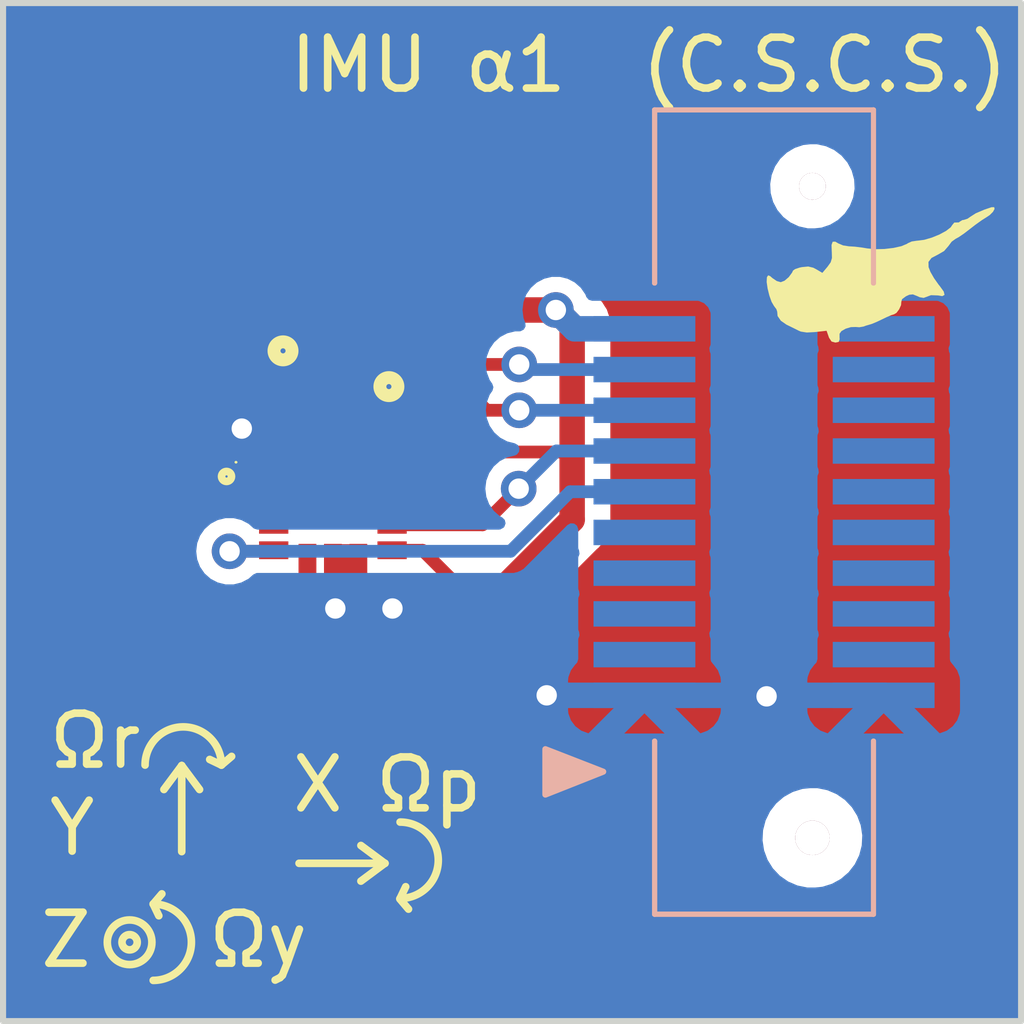
<source format=kicad_pcb>
(kicad_pcb (version 20221018) (generator pcbnew)
  (layers (0 "F.Cu" signal) (31 "B.Cu" signal) (34 "B.Paste" user) (35 "F.Paste" user) (36 "B.SilkS" user "B.Silkscreen") (37 "F.SilkS" user "F.Silkscreen") (38 "B.Mask" user) (39 "F.Mask" user) (44 "Edge.Cuts" user))
  (net 0 "")
  (net 1 "/VCC3")
  (net 7 "GND")
  (net 10 "/I2C_SCL")
  (net 11 "/I2C_SDA")
  (net 18 "/INT2")
  (net 19 "/INT1")
  (footprint "SamacSys_Parts:LSM6DSLTR" (layer "F.Cu") (at 111.42 88.78)
    (fp_text reference "IC2" hide)
    (fp_text value "LSM6DSLTR" hide)
    (fp_line (start -1.918 -0.98) (end -1.918 -0.98) (stroke (width 0.027)) (layer "F.SilkS"))
    (fp_line (start -1.891 -0.98) (end -1.891 -0.98) (stroke (width 0.027)) (layer "F.SilkS"))
    (fp_arc (start -1.917 -0.98) (mid -1.904 -0.993) (end -1.891 -0.98) (stroke (width 0.027)) (layer "F.SilkS"))
    (fp_arc (start -1.89 -0.98) (mid -1.904 -0.966) (end -1.918 -0.98) (stroke (width 0.027)) (layer "F.SilkS"))
    (pad "1" smd rect (at -1.163 -0.75 90) (size 0.35 0.575) (layers "F.Cu" "F.Paste" "F.Mask") (net 7 "GND"))
    (pad "2" smd rect (at -1.163 -0.25 90) (size 0.35 0.575) (layers "F.Cu" "F.Paste" "F.Mask"))
    (pad "3" smd rect (at -1.163 0.25 90) (size 0.35 0.575) (layers "F.Cu" "F.Paste" "F.Mask"))
    (pad "4" smd rect (at -1.163 0.75 90) (size 0.35 0.575) (layers "F.Cu" "F.Paste" "F.Mask") (net 19 "/INT1"))
    (pad "5" smd rect (at -0.5 0.912) (size 0.35 0.575) (layers "F.Cu" "F.Paste" "F.Mask") (net 1 "/VCC3"))
    (pad "6" smd rect (at 0 0.912) (size 0.35 0.575) (layers "F.Cu" "F.Paste" "F.Mask") (net 7 "GND"))
    (pad "7" smd rect (at 0.5 0.912) (size 0.35 0.575) (layers "F.Cu" "F.Paste" "F.Mask") (net 7 "GND"))
    (pad "8" smd rect (at 1.163 0.75 90) (size 0.35 0.575) (layers "F.Cu" "F.Paste" "F.Mask") (net 1 "/VCC3"))
    (pad "9" smd rect (at 1.163 0.25 90) (size 0.35 0.575) (layers "F.Cu" "F.Paste" "F.Mask") (net 18 "/INT2"))
    (pad "10" smd rect (at 1.163 -0.25 90) (size 0.35 0.575) (layers "F.Cu" "F.Paste" "F.Mask"))
    (pad "11" smd rect (at 1.163 -0.75 90) (size 0.35 0.575) (layers "F.Cu" "F.Paste" "F.Mask"))
    (pad "12" smd rect (at 0.5 -0.912) (size 0.35 0.575) (layers "F.Cu" "F.Paste" "F.Mask") (net 1 "/VCC3"))
    (pad "13" smd rect (at 0 -0.912) (size 0.35 0.575) (layers "F.Cu" "F.Paste" "F.Mask") (net 10 "/I2C_SCL"))
    (pad "14" smd rect (at -0.5 -0.912) (size 0.35 0.575) (layers "F.Cu" "F.Paste" "F.Mask") (net 11 "/I2C_SDA"))
  )
  (footprint "SamacSys_Parts:CAPC1608X95N" (layer "F.Cu") (at 111.06 91.7 180)
    (fp_text reference "C1" hide)
    (fp_text value "C0603C104K5RAC3121" hide)
    (pad "1" smd rect (at -0.7 0 180) (size 0.78 0.98) (layers "F.Cu" "F.Paste" "F.Mask") (net 7 "GND"))
    (pad "2" smd rect (at 0.7 0 180) (size 0.78 0.98) (layers "F.Cu" "F.Paste" "F.Mask") (net 1 "/VCC3"))
  )
  (footprint "SamacSys_Parts:CAPC1608X95N" (layer "F.Cu") (at 113.65 91.7)
    (fp_text reference "C6" hide)
    (fp_text value "C0603C104K5RAC3121" hide)
    (pad "1" smd rect (at -0.7 0) (size 0.78 0.98) (layers "F.Cu" "F.Paste" "F.Mask") (net 7 "GND"))
    (pad "2" smd rect (at 0.7 0) (size 0.78 0.98) (layers "F.Cu" "F.Paste" "F.Mask") (net 1 "/VCC3"))
  )
  (footprint "LOGO" (layer "F.Cu") (at 122.045012 84.078232)
    (fp_text reference "G***" hide)
    (fp_text value "LOGO" hide)
    (fp_poly (pts (xy 2.373641 -1.25332) (xy 2.342544 -1.196766) (xy 2.279721 -1.133868) (xy 2.220315 -1.093932) (xy 2.120051 -1.030433) (xy 1.993567 -0.940068) (xy 1.887705 -0.857909) (xy 1.773981 -0.770632) (xy 1.671585 -0.700684) (xy 1.606116 -0.66483) (xy 1.530948 -0.610315) (xy 1.467872 -0.525313) (xy 1.382157 -0.426473) (xy 1.264019 -0.357905) (xy 1.135218 -0.290681) (xy 1.074882 -0.212398) (xy 1.077337 -0.11017) (xy 1.113772 -0.016643) (xy 1.184765 0.107018) (xy 1.275058 0.234652) (xy 1.300581 0.265823) (xy 1.375563 0.369894) (xy 1.390812 0.435282) (xy 1.346847 0.459454) (xy 1.26363 0.445796) (xy 1.124534 0.440656) (xy 1.060821 0.464541) (xy 0.980069 0.494157) (xy 0.90382 0.481247) (xy 0.855214 0.459127) (xy 0.769204 0.425206) (xy 0.698437 0.432157) (xy 0.633377 0.461946) (xy 0.556168 0.519088) (xy 0.541758 0.572042) (xy 0.536694 0.636055) (xy 0.499055 0.718343) (xy 0.446628 0.78838) (xy 0.399734 0.815767) (xy 0.348481 0.831359) (xy 0.255167 0.871533) (xy 0.176475 0.90947) (xy 0.06221 0.963766) (xy -0.031819 1.003042) (xy -0.069932 1.01514) (xy -0.156832 1.040488) (xy -0.19529 1.055422) (xy -0.281961 1.070641) (xy -0.356214 1.065498) (xy -0.449548 1.068234) (xy -0.551666 1.099161) (xy -0.634943 1.146627) (xy -0.671715 1.198556) (xy -0.67192 1.272698) (xy -0.669384 1.307081) (xy -0.688056 1.358469) (xy -0.754188 1.371971) (xy -0.829068 1.351309) (xy -0.87798 1.27755) (xy -0.88605 1.255912) (xy -0.926508 1.139854) (xy -1.149602 1.165094) (xy -1.315325 1.174208) (xy -1.432488 1.155827) (xy -1.474304 1.138462) (xy -1.57706 1.087002) (xy -1.696782 1.028331) (xy -1.714185 1.019919) (xy -1.824771 0.943148) (xy -1.889453 0.849754) (xy -1.896749 0.764338) (xy -1.912751 0.716002) (xy -1.959832 0.653097) (xy -2.006998 0.572208) (xy -2.051029 0.448656) (xy -2.08542 0.309356) (xy -2.103665 0.181223) (xy -2.09926 0.091169) (xy -2.097167 0.084883) (xy -2.074124 0.050854) (xy -2.035448 0.065584) (xy -1.989708 0.105687) (xy -1.90448 0.163091) (xy -1.826506 0.185402) (xy -1.752004 0.156323) (xy -1.669188 0.085054) (xy -1.603289 -0.004456) (xy -1.586487 -0.042438) (xy -1.54524 -0.072072) (xy -1.456544 -0.101189) (xy -1.412331 -0.110641) (xy -1.286895 -0.122684) (xy -1.187828 -0.09894) (xy -1.130387 -0.068916) (xy -1.009692 0.002296) (xy -0.90874 -0.117678) (xy -0.845986 -0.20498) (xy -0.821145 -0.288904) (xy -0.823987 -0.405957) (xy -0.824981 -0.416578) (xy -0.829233 -0.545566) (xy -0.807783 -0.608763) (xy -0.756483 -0.61134) (xy -0.69634 -0.576892) (xy -0.601908 -0.536896) (xy -0.486213 -0.519173) (xy -0.480603 -0.519124) (xy -0.368329 -0.512082) (xy -0.222845 -0.493996) (xy -0.127321 -0.478148) (xy 0.031039 -0.462762) (xy 0.210653 -0.466936) (xy 0.389134 -0.487793) (xy 0.544096 -0.522457) (xy 0.653152 -0.568054) (xy 0.670365 -0.580607) (xy 0.7463 -0.614662) (xy 0.851857 -0.630261) (xy 0.860508 -0.630365) (xy 0.990445 -0.646789) (xy 1.140249 -0.690143) (xy 1.29025 -0.751546) (xy 1.420779 -0.822116) (xy 1.512167 -0.892974) (xy 1.542396 -0.938236) (xy 1.582102 -0.986371) (xy 1.615155 -0.986929) (xy 1.673355 -0.989244) (xy 1.688154 -1.002787) (xy 1.740341 -1.034367) (xy 1.769853 -1.038248) (xy 1.842471 -1.061805) (xy 1.899027 -1.101046) (xy 2.004025 -1.168128) (xy 2.172508 -1.239844) (xy 2.311988 -1.28701) (xy 2.365846 -1.288434)) (fill solid) (layer "F.SilkS"))
  )
  (footprint "SamacSys_Parts:ERJ3EK_(0603)" (layer "F.Cu") (at 112.52 84.74 90)
    (fp_text reference "R1" hide)
    (fp_text value "ERJ-3EKF1002V" hide)
    (fp_circle (center -1.575 0) (end -1.625 0) (stroke (width 0.254)) (fill none) (layer "F.SilkS"))
    (pad "1" smd rect (at -0.725 0 90) (size 0.65 0.9) (layers "F.Cu" "F.Paste" "F.Mask") (net 10 "/I2C_SCL"))
    (pad "2" smd rect (at 0.725 0 90) (size 0.65 0.9) (layers "F.Cu" "F.Paste" "F.Mask") (net 1 "/VCC3"))
  )
  (footprint "SamacSys_Parts:ERJ3EK_(0603)" (layer "F.Cu") (at 110.44 84.0375 90)
    (fp_text reference "R2" hide)
    (fp_text value "ERJ-3EKF1002V" hide)
    (fp_circle (center -1.575 0) (end -1.625 0) (stroke (width 0.254)) (fill none) (layer "F.SilkS"))
    (pad "1" smd rect (at -0.725 0 90) (size 0.65 0.9) (layers "F.Cu" "F.Paste" "F.Mask") (net 11 "/I2C_SDA"))
    (pad "2" smd rect (at 0.725 0 90) (size 0.65 0.9) (layers "F.Cu" "F.Paste" "F.Mask") (net 1 "/VCC3"))
  )
  (footprint "USIB2:IF_2020_20_MODULE_FX6" (layer "B.Cu") (at 114.94 88.78 -90)
    (fp_text reference "H1" hide)
    (fp_text value "IF_2020_20_MODULE_FX6" hide)
    (fp_line (start -7.9 -7.1) (end -7.9 -7.1) (stroke (width 0.1)) (layer "B.SilkS"))
    (fp_line (start -7.9 -7.1) (end -7.9 -7.1) (stroke (width 0.1)) (layer "B.SilkS"))
    (fp_line (start -7.9 -7.1) (end -7.9 -2.8) (stroke (width 0.1)) (layer "B.SilkS"))
    (fp_line (start -7.9 -7.1) (end -4.5 -7.1) (stroke (width 0.1)) (layer "B.SilkS"))
    (fp_line (start -7.9 -2.8) (end -7.9 -7.1) (stroke (width 0.1)) (layer "B.SilkS"))
    (fp_line (start -7.9 -2.8) (end -7.9 -2.8) (stroke (width 0.1)) (layer "B.SilkS"))
    (fp_line (start -7.9 -2.8) (end -7.9 -2.8) (stroke (width 0.1)) (layer "B.SilkS"))
    (fp_line (start -7.9 -2.8) (end -4.5 -2.8) (stroke (width 0.1)) (layer "B.SilkS"))
    (fp_line (start -4.5 -7.1) (end -7.9 -7.1) (stroke (width 0.1)) (layer "B.SilkS"))
    (fp_line (start -4.5 -7.1) (end -4.5 -7.1) (stroke (width 0.1)) (layer "B.SilkS"))
    (fp_line (start -4.5 -2.8) (end -7.9 -2.8) (stroke (width 0.1)) (layer "B.SilkS"))
    (fp_line (start -4.5 -2.8) (end -4.5 -2.8) (stroke (width 0.1)) (layer "B.SilkS"))
    (fp_line (start 4.5 -7.1) (end 4.5 -7.1) (stroke (width 0.1)) (layer "B.SilkS"))
    (fp_line (start 4.5 -7.1) (end 7.9 -7.1) (stroke (width 0.1)) (layer "B.SilkS"))
    (fp_line (start 4.5 -2.8) (end 4.5 -2.8) (stroke (width 0.1)) (layer "B.SilkS"))
    (fp_line (start 4.5 -2.8) (end 7.9 -2.8) (stroke (width 0.1)) (layer "B.SilkS"))
    (fp_line (start 7.9 -7.1) (end 4.5 -7.1) (stroke (width 0.1)) (layer "B.SilkS"))
    (fp_line (start 7.9 -7.1) (end 7.9 -7.1) (stroke (width 0.1)) (layer "B.SilkS"))
    (fp_line (start 7.9 -7.1) (end 7.9 -7.1) (stroke (width 0.1)) (layer "B.SilkS"))
    (fp_line (start 7.9 -7.1) (end 7.9 -2.8) (stroke (width 0.1)) (layer "B.SilkS"))
    (fp_line (start 7.9 -2.8) (end 4.5 -2.8) (stroke (width 0.1)) (layer "B.SilkS"))
    (fp_line (start 7.9 -2.8) (end 7.9 -7.1) (stroke (width 0.1)) (layer "B.SilkS"))
    (fp_line (start 7.9 -2.8) (end 7.9 -2.8) (stroke (width 0.1)) (layer "B.SilkS"))
    (fp_line (start 7.9 -2.8) (end 7.9 -2.8) (stroke (width 0.1)) (layer "B.SilkS"))
    (fp_poly (pts (xy 4.658029 -0.654) (xy 5.55 -0.654) (xy 5.1 -1.79)) (stroke (width 0.12)) (fill solid) (layer "B.SilkS"))
    (fp_rect (start -10 10) (end 10 -10) (stroke (width 0.12)) (fill none) (layer "Edge.Cuts"))
    (pad "1" smd rect (at 3.6 -2.6 270) (size 0.5 2) (layers "B.Cu" "B.Paste" "B.Mask") (net 7 "GND"))
    (pad "2" smd rect (at 2.8 -2.6 270) (size 0.5 2) (layers "B.Cu" "B.Paste" "B.Mask"))
    (pad "3" smd rect (at 2 -2.6 270) (size 0.5 2) (layers "B.Cu" "B.Paste" "B.Mask"))
    (pad "4" smd rect (at 1.2 -2.6 270) (size 0.5 2) (layers "B.Cu" "B.Paste" "B.Mask"))
    (pad "5" smd rect (at 0.4 -2.6 270) (size 0.5 2) (layers "B.Cu" "B.Paste" "B.Mask"))
    (pad "6" smd rect (at -0.4 -2.6 270) (size 0.5 2) (layers "B.Cu" "B.Paste" "B.Mask") (net 19 "/INT1"))
    (pad "7" smd rect (at -1.2 -2.6 270) (size 0.5 2) (layers "B.Cu" "B.Paste" "B.Mask") (net 18 "/INT2"))
    (pad "8" smd rect (at -2 -2.6 270) (size 0.5 2) (layers "B.Cu" "B.Paste" "B.Mask") (net 10 "/I2C_SCL"))
    (pad "9" smd rect (at -2.8 -2.6 270) (size 0.5 2) (layers "B.Cu" "B.Paste" "B.Mask") (net 11 "/I2C_SDA"))
    (pad "10" smd rect (at -3.6 -2.6 270) (size 0.5 2) (layers "B.Cu" "B.Paste" "B.Mask") (net 1 "/VCC3"))
    (pad "11" smd rect (at -3.6 -7.3 270) (size 0.5 2) (layers "B.Cu" "B.Paste" "B.Mask"))
    (pad "12" smd rect (at -2.8 -7.3 270) (size 0.5 2) (layers "B.Cu" "B.Paste" "B.Mask"))
    (pad "13" smd rect (at -2 -7.3 270) (size 0.5 2) (layers "B.Cu" "B.Paste" "B.Mask"))
    (pad "14" smd rect (at -1.2 -7.3 270) (size 0.5 2) (layers "B.Cu" "B.Paste" "B.Mask"))
    (pad "15" smd rect (at -0.4 -7.3 270) (size 0.5 2) (layers "B.Cu" "B.Paste" "B.Mask"))
    (pad "16" smd rect (at 0.4 -7.3 270) (size 0.5 2) (layers "B.Cu" "B.Paste" "B.Mask"))
    (pad "17" smd rect (at 1.2 -7.3 270) (size 0.5 2) (layers "B.Cu" "B.Paste" "B.Mask"))
    (pad "18" smd rect (at 2 -7.3 270) (size 0.5 2) (layers "B.Cu" "B.Paste" "B.Mask"))
    (pad "19" smd rect (at 2.8 -7.3 270) (size 0.5 2) (layers "B.Cu" "B.Paste" "B.Mask"))
    (pad "20" smd rect (at 3.6 -7.3 270) (size 0.5 2) (layers "B.Cu" "B.Paste" "B.Mask") (net 7 "GND"))
    (pad "MH1" thru_hole circle (at 6.4 -5.9 180) (size 0.675 0.675) (drill 1.35) (layers "*.Cu" "*.Mask" "B.SilkS"))
    (pad "MH2" thru_hole circle (at -6.4 -5.9 180) (size 0.525 0.525) (drill 1.05) (layers "*.Cu" "*.Mask" "B.SilkS"))
  )
  (gr_arc (start 107.73 93.75) (mid 108.48 93) (end 109.23 93.75) (stroke (width 0.15)) (layer "F.SilkS"))
  (gr_arc (start 107.89 96.48) (mid 108.64 97.23) (end 107.89 97.98) (stroke (width 0.15)) (layer "F.SilkS"))
  (gr_line (start 112.44 95.68) (end 111.97 95.33) (stroke (width 0.15)) (layer "F.SilkS"))
  (gr_circle (center 107.426057 97.230983) (end 107.5 97.22) (stroke (width 0.15)) (fill none) (layer "F.SilkS"))
  (gr_circle (center 109.33 88.08) (end 109.414 88.03) (stroke (width 0.15)) (fill none) (layer "F.SilkS"))
  (gr_line (start 112.735 96.38) (end 112.905 96.58) (stroke (width 0.15)) (layer "F.SilkS"))
  (gr_line (start 107.89 96.48) (end 108 96.71) (stroke (width 0.15)) (layer "F.SilkS"))
  (gr_line (start 109.23 93.75) (end 109 93.64) (stroke (width 0.15)) (layer "F.SilkS"))
  (gr_line (start 112.74 96.37) (end 112.85 96.14) (stroke (width 0.15)) (layer "F.SilkS"))
  (gr_line (start 108.45 93.76) (end 108.1 94.23) (stroke (width 0.15)) (layer "F.SilkS"))
  (gr_arc (start 112.74 94.87) (mid 113.49 95.62) (end 112.74 96.37) (stroke (width 0.15)) (layer "F.SilkS"))
  (gr_line (start 110.755 95.68) (end 112.445 95.68) (stroke (width 0.15)) (layer "F.SilkS"))
  (gr_circle (center 107.426057 97.230983) (end 107.820983 97.040983) (stroke (width 0.15)) (fill none) (layer "F.SilkS"))
  (gr_line (start 108.45 93.76) (end 108.8 94.23) (stroke (width 0.15)) (layer "F.SilkS"))
  (gr_line (start 112.44 95.68) (end 111.97 96.03) (stroke (width 0.15)) (layer "F.SilkS"))
  (gr_line (start 108.45 95.45) (end 108.45 93.76) (stroke (width 0.15)) (layer "F.SilkS"))
  (gr_line (start 109.23 93.75) (end 109.43 93.58) (stroke (width 0.15)) (layer "F.SilkS"))
  (gr_line (start 107.89 96.48) (end 108.06 96.28) (stroke (width 0.15)) (layer "F.SilkS"))
  (gr_text "Ωp" (at 112.18 94.72) (layer "F.SilkS") (effects (font (size 1 1)) (justify left bottom)))
  (gr_text "X" (at 110.55 94.72) (layer "F.SilkS") (effects (font (size 1 1)) (justify left bottom)))
  (gr_text "Ωr" (at 105.77 93.86) (layer "F.SilkS") (effects (font (size 1 1)) (justify left bottom)))
  (gr_text "Y" (at 105.77 95.57) (layer "F.SilkS") (effects (font (size 1 1)) (justify left bottom)))
  (gr_text "IMU α1  (C.S.C.S.)" (at 124.75 80.58) (layer "F.SilkS") (effects (font (size 1 1)) (justify right bottom)))
  (gr_text "Ωy" (at 108.900983 97.770983) (layer "F.SilkS") (effects (font (size 1 1)) (justify left bottom)))
  (gr_text "Z" (at 105.600983 97.770983) (layer "F.SilkS") (effects (font (size 1 1)) (justify left bottom)))
  (segment (start 112.583 89.53) (end 113.18 89.53) (width 0.25) (layer "F.Cu") (net 1))
  (segment (start 110.68 92.66) (end 113.96 92.66) (width 0.5) (layer "F.Cu") (net 1))
  (segment (start 110.36 91.7) (end 110.36 92.34) (width 0.5) (layer "F.Cu") (net 1))
  (segment (start 112.52 84.015) (end 112.52 83.3225) (width 0.5) (layer "F.Cu") (net 1))
  (segment (start 111.92 87.48) (end 112.14 87.26) (width 0.25) (layer "F.Cu") (net 1))
  (segment (start 110.92 89.692) (end 110.92 90.2669) (width 0.25) (layer "F.Cu") (net 1))
  (segment (start 112.52 83.3225) (end 112.53 83.3125) (width 0.25) (layer "F.Cu") (net 1))
  (segment (start 112.53 83.3125) (end 112.5375 83.32) (width 0.25) (layer "F.Cu") (net 1))
  (segment (start 115.8 84.81) (end 115.93 84.68) (width 0.25) (layer "F.Cu") (net 1))
  (segment (start 115.8 84.81) (end 116.12 85.13) (width 0.5) (layer "F.Cu") (net 1))
  (segment (start 116.12 88.93) (end 114.35 90.7) (width 0.5) (layer "F.Cu") (net 1))
  (segment (start 111.92 87.868) (end 111.92 87.48) (width 0.25) (layer "F.Cu") (net 1))
  (segment (start 113.18 89.53) (end 114.35 90.7) (width 0.25) (layer "F.Cu") (net 1))
  (segment (start 112.5375 83.32) (end 113.15 83.32) (width 0.5) (layer "F.Cu") (net 1))
  (segment (start 112.14 87.26) (end 113.9 87.26) (width 0.25) (layer "F.Cu") (net 1))
  (segment (start 114.35 90.7) (end 114.35 91.7) (width 0.5) (layer "F.Cu") (net 1))
  (segment (start 113.96 92.66) (end 114.35 92.27) (width 0.5) (layer "F.Cu") (net 1))
  (segment (start 110.36 90.8269) (end 110.36 91.7) (width 0.25) (layer "F.Cu") (net 1))
  (segment (start 116.12 85.13) (end 116.12 88.93) (width 0.5) (layer "F.Cu") (net 1))
  (segment (start 110.38 83.2525) (end 110.44 83.3125) (width 0.25) (layer "F.Cu") (net 1))
  (segment (start 110.44 83.3125) (end 112.53 83.3125) (width 0.5) (layer "F.Cu") (net 1))
  (segment (start 114.35 92.27) (end 114.35 91.67) (width 0.5) (layer "F.Cu") (net 1))
  (segment (start 110.92 90.2669) (end 110.36 90.8269) (width 0.25) (layer "F.Cu") (net 1))
  (segment (start 114.24 87.6) (end 115.99 87.6) (width 0.25) (layer "F.Cu") (net 1))
  (segment (start 115.99 87.6) (end 116.12 87.47) (width 0.25) (layer "F.Cu") (net 1))
  (segment (start 113.15 83.32) (end 114.64 84.81) (width 0.5) (layer "F.Cu") (net 1))
  (segment (start 113.9 87.26) (end 114.24 87.6) (width 0.25) (layer "F.Cu") (net 1))
  (segment (start 110.36 92.34) (end 110.68 92.66) (width 0.5) (layer "F.Cu") (net 1))
  (segment (start 114.64 84.81) (end 115.8 84.81) (width 0.5) (layer "F.Cu") (net 1))
  (via (at 115.8 84.81) (size 0.7) (drill 0.4) (layers "F.Cu" "B.Cu") (net 1))
  (segment (start 117.54 85.18) (end 117.42 85.18) (width 0.25) (layer "B.Cu") (net 1))
  (segment (start 117.42 85.18) (end 116.17 85.18) (width 0.5) (layer "B.Cu") (net 1))
  (segment (start 116.17 85.18) (end 115.8 84.81) (width 0.5) (layer "B.Cu") (net 1))
  (segment (start 111.92 91.344114) (end 111.92 91.64) (width 0.25) (layer "F.Cu") (net 7))
  (segment (start 111.95 91.67) (end 111.92 91.7) (width 0.25) (layer "F.Cu") (net 7))
  (segment (start 111.92 90.004114) (end 112.59 90.674114) (width 0.25) (layer "F.Cu") (net 7))
  (segment (start 112.92 91.7) (end 111.76 91.7) (width 0.5) (layer "F.Cu") (net 7))
  (segment (start 111.92 89.692) (end 111.92 90.004114) (width 0.25) (layer "F.Cu") (net 7))
  (segment (start 112.59 90.674114) (end 112.59 90.68) (width 0.25) (layer "F.Cu") (net 7))
  (segment (start 112.59 90.68) (end 112.92 91.01) (width 0.25) (layer "F.Cu") (net 7))
  (segment (start 112.92 91.01) (end 112.92 91.344114) (width 0.25) (layer "F.Cu") (net 7))
  (segment (start 109.63 87.14) (end 109.63 87.91) (width 0.25) (layer "F.Cu") (net 7))
  (segment (start 111.42 90.626733) (end 111.467381 90.674114) (width 0.25) (layer "F.Cu") (net 7))
  (segment (start 111.76 90.966733) (end 111.76 91.19) (width 0.25) (layer "F.Cu") (net 7))
  (segment (start 111.42 89.692) (end 111.42 90.626733) (width 0.25) (layer "F.Cu") (net 7))
  (segment (start 109.75 88.03) (end 110.257 88.03) (width 0.25) (layer "F.Cu") (net 7))
  (segment (start 111.92 91.64) (end 111.95 91.67) (width 0.25) (layer "F.Cu") (net 7))
  (segment (start 111.467381 90.674114) (end 111.76 90.966733) (width 0.25) (layer "F.Cu") (net 7))
  (segment (start 109.63 87.91) (end 109.75 88.03) (width 0.25) (layer "F.Cu") (net 7))
  (via (at 119.94 92.4) (size 0.7) (drill 0.4) (layers "F.Cu" "B.Cu") (net 7))
  (via (at 112.59 90.674114) (size 0.7) (drill 0.4) (layers "F.Cu" "B.Cu") (net 7))
  (via (at 109.63 87.14) (size 0.7) (drill 0.4) (layers "F.Cu" "B.Cu") (net 7))
  (via (at 111.467381 90.674114) (size 0.7) (drill 0.4) (layers "F.Cu" "B.Cu") (net 7))
  (via (at 115.62 92.38) (size 0.7) (drill 0.4) (layers "F.Cu" "B.Cu") (net 7))
  (segment (start 109.05 90.72) (end 111.421495 90.72) (width 0.25) (layer "B.Cu") (net 7))
  (segment (start 108.52 90.19) (end 109.05 90.72) (width 0.25) (layer "B.Cu") (net 7))
  (segment (start 108.52 87.71) (end 108.52 90.19) (width 0.25) (layer "B.Cu") (net 7))
  (segment (start 119.92 92.38) (end 119.94 92.4) (width 0.5) (layer "B.Cu") (net 7))
  (segment (start 112.305886 90.674114) (end 111.467381 90.674114) (width 0.5) (layer "B.Cu") (net 7))
  (segment (start 119.96 92.38) (end 122.24 92.38) (width 0.5) (layer "B.Cu") (net 7))
  (segment (start 112.36 90.62) (end 112.305886 90.674114) (width 0.5) (layer "B.Cu") (net 7))
  (segment (start 115.62 92.38) (end 114.12 92.38) (width 0.5) (layer "B.Cu") (net 7))
  (segment (start 114.12 92.38) (end 112.36 90.62) (width 0.5) (layer "B.Cu") (net 7))
  (segment (start 109.63 87.14) (end 109.09 87.14) (width 0.25) (layer "B.Cu") (net 7))
  (segment (start 109.09 87.14) (end 108.52 87.71) (width 0.25) (layer "B.Cu") (net 7))
  (segment (start 111.421495 90.72) (end 111.467381 90.674114) (width 0.25) (layer "B.Cu") (net 7))
  (segment (start 115.62 92.38) (end 119.92 92.38) (width 0.5) (layer "B.Cu") (net 7))
  (segment (start 119.94 92.4) (end 119.96 92.38) (width 0.5) (layer "B.Cu") (net 7))
  (segment (start 111.42 87.868) (end 111.42 86.06) (width 0.25) (layer "F.Cu") (net 10))
  (segment (start 114.44 86.78) (end 113.125 85.465) (width 0.25) (layer "F.Cu") (net 10))
  (segment (start 115.08 86.78) (end 114.44 86.78) (width 0.25) (layer "F.Cu") (net 10))
  (segment (start 112.015 85.465) (end 112.52 85.465) (width 0.25) (layer "F.Cu") (net 10))
  (segment (start 111.42 86.06) (end 112.015 85.465) (width 0.25) (layer "F.Cu") (net 10))
  (segment (start 113.125 85.465) (end 112.52 85.465) (width 0.25) (layer "F.Cu") (net 10))
  (via (at 115.08 86.78) (size 0.7) (drill 0.4) (layers "F.Cu" "B.Cu") (net 10))
  (segment (start 115.08 86.78) (end 117.54 86.78) (width 0.25) (layer "B.Cu") (net 10))
  (segment (start 110.92 87.868) (end 110.92 86.09) (width 0.25) (layer "F.Cu") (net 11))
  (segment (start 110.44 85.61) (end 110.44 84.7625) (width 0.25) (layer "F.Cu") (net 11))
  (segment (start 115.08 85.88) (end 114.28 85.88) (width 0.25) (layer "F.Cu") (net 11))
  (segment (start 110.92 86.09) (end 110.44 85.61) (width 0.25) (layer "F.Cu") (net 11))
  (segment (start 114.28 85.88) (end 113.1625 84.7625) (width 0.25) (layer "F.Cu") (net 11))
  (segment (start 113.1625 84.7625) (end 110.44 84.7625) (width 0.25) (layer "F.Cu") (net 11))
  (via (at 115.08 85.88) (size 0.7) (drill 0.4) (layers "F.Cu" "B.Cu") (net 11))
  (segment (start 115.18 85.98) (end 117.54 85.98) (width 0.25) (layer "B.Cu") (net 11))
  (segment (start 115.24 85.88) (end 115.08 85.88) (width 0.25) (layer "B.Cu") (net 11))
  (segment (start 115.08 85.88) (end 115.18 85.98) (width 0.25) (layer "B.Cu") (net 11))
  (segment (start 114.36 89.03) (end 112.583 89.03) (width 0.25) (layer "F.Cu") (net 18))
  (segment (start 115.07 88.32) (end 114.36 89.03) (width 0.25) (layer "F.Cu") (net 18))
  (via (at 115.07 88.32) (size 0.7) (drill 0.4) (layers "F.Cu" "B.Cu") (net 18))
  (segment (start 115.07 88.32) (end 115.81 87.58) (width 0.25) (layer "B.Cu") (net 18))
  (segment (start 115.81 87.58) (end 117.54 87.58) (width 0.25) (layer "B.Cu") (net 18))
  (segment (start 110.237 89.55) (end 110.257 89.53) (width 0.25) (layer "F.Cu") (net 19))
  (segment (start 109.39 89.55) (end 110.237 89.55) (width 0.25) (layer "F.Cu") (net 19))
  (via (at 109.39 89.55) (size 0.7) (drill 0.4) (layers "F.Cu" "B.Cu") (net 19))
  (segment (start 109.39 89.55) (end 114.91 89.55) (width 0.25) (layer "B.Cu") (net 19))
  (segment (start 116.08 88.38) (end 117.54 88.38) (width 0.25) (layer "B.Cu") (net 19))
  (segment (start 114.91 89.55) (end 116.08 88.38) (width 0.25) (layer "B.Cu") (net 19))
  (zone (net 7) (net_name "GND") (layer "F.Cu") (priority 1) (connect_pads yes (clearance 0.5)) (min_thickness 0.25) (fill yes (thermal_gap 0.5) (thermal_bridge_width 0.5))
    (polygon (pts (xy 104.94 78.78) (xy 124.94 78.78) (xy 124.94 98.78) (xy 104.94 98.78)))
  )
  (zone (net 7) (net_name "GND") (layer "F.Cu") (priority 2) (connect_pads yes (clearance 0.1)) (min_thickness 0.25) (fill yes (thermal_gap 0.5) (thermal_bridge_width 0.5))
    (polygon (pts (xy 111.38 91.22) (xy 111.11 90.78) (xy 111.11 90.57) (xy 111.25 90.38) (xy 111.25 89.41) (xy 112.09 89.41) (xy 112.09 89.97) (xy 112.41 90.28) (xy 112.84 90.28) (xy 113.33 90.75) (xy 113.33 91.78) (xy 111.38 91.78)))
  )
  (zone (net 7) (net_name "GND") (layer "B.Cu") (connect_pads (clearance 0.3)) (min_thickness 0.25) (fill yes (thermal_gap 0.5) (thermal_bridge_width 0.5))
    (polygon (pts (xy 104.95 78.78) (xy 124.94 78.78) (xy 124.93 98.77) (xy 104.94 98.78)))
  )
)
</source>
